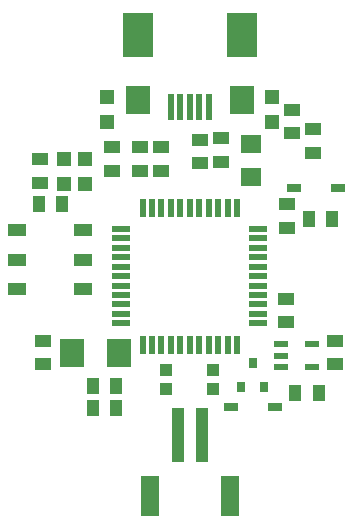
<source format=gbr>
G04 EAGLE Gerber RS-274X export*
G75*
%MOMM*%
%FSLAX34Y34*%
%LPD*%
%INSolderpaste Top*%
%IPPOS*%
%AMOC8*
5,1,8,0,0,1.08239X$1,22.5*%
G01*
%ADD10R,1.400000X1.100000*%
%ADD11R,1.803000X1.600000*%
%ADD12R,1.200000X1.200000*%
%ADD13R,2.000000X2.400000*%
%ADD14R,1.100000X1.400000*%
%ADD15R,0.500000X1.500000*%
%ADD16R,1.500000X0.500000*%
%ADD17R,1.000000X1.000000*%
%ADD18R,0.500000X2.308000*%
%ADD19R,2.540000X3.810000*%
%ADD20R,1.000000X4.600000*%
%ADD21R,1.600000X3.400000*%
%ADD22R,1.200000X0.550000*%
%ADD23R,1.200000X0.700000*%
%ADD24R,0.787400X0.889000*%
%ADD25R,1.500000X1.000000*%


D10*
X26670Y102710D03*
X26670Y82710D03*
X8890Y101440D03*
X8890Y81440D03*
D11*
X52070Y69600D03*
X52070Y98040D03*
D10*
X123190Y-88740D03*
X123190Y-68740D03*
X-24130Y95090D03*
X-24130Y75090D03*
D12*
X-69850Y137500D03*
X-69850Y116500D03*
X69850Y137500D03*
X69850Y116500D03*
D13*
X-60010Y-78740D03*
X-100010Y-78740D03*
D10*
X-124460Y-68740D03*
X-124460Y-88740D03*
D14*
X-62390Y-106680D03*
X-82390Y-106680D03*
D15*
X40000Y44030D03*
X32000Y44030D03*
X24000Y44030D03*
X16000Y44030D03*
X8000Y44030D03*
X0Y44030D03*
X-8000Y44030D03*
X-16000Y44030D03*
X-24000Y44030D03*
X-32000Y44030D03*
X-40000Y44030D03*
D16*
X-58000Y26030D03*
X-58000Y18030D03*
X-58000Y10030D03*
X-58000Y2030D03*
X-58000Y-5970D03*
X-58000Y-13970D03*
X-58000Y-21970D03*
X-58000Y-29970D03*
X-58000Y-37970D03*
X-58000Y-45970D03*
X-58000Y-53970D03*
D15*
X-40000Y-71970D03*
X-32000Y-71970D03*
X-24000Y-71970D03*
X-16000Y-71970D03*
X-8000Y-71970D03*
X0Y-71970D03*
X8000Y-71970D03*
X16000Y-71970D03*
X24000Y-71970D03*
X32000Y-71970D03*
X40000Y-71970D03*
D16*
X58000Y-53970D03*
X58000Y-45970D03*
X58000Y-37970D03*
X58000Y-29970D03*
X58000Y-21970D03*
X58000Y-13970D03*
X58000Y-5970D03*
X58000Y2030D03*
X58000Y10030D03*
X58000Y18030D03*
X58000Y26030D03*
D17*
X-20000Y-109600D03*
X-20000Y-93600D03*
X20000Y-93600D03*
X20000Y-109600D03*
D10*
X104140Y110330D03*
X104140Y90330D03*
X81280Y-53180D03*
X81280Y-33180D03*
X86360Y126840D03*
X86360Y106840D03*
D13*
X44000Y135180D03*
D18*
X16000Y129540D03*
X8000Y129540D03*
X0Y129540D03*
X-8000Y129540D03*
X-16000Y129540D03*
D19*
X44000Y190180D03*
D13*
X-44000Y135180D03*
D19*
X-44000Y190180D03*
D20*
X10000Y-148420D03*
X-10000Y-148420D03*
D21*
X34000Y-200420D03*
X-34000Y-200420D03*
D22*
X77170Y-71780D03*
X77170Y-81280D03*
X77170Y-90780D03*
X103170Y-90780D03*
X103170Y-71780D03*
D23*
X125180Y60960D03*
X88180Y60960D03*
X71840Y-124460D03*
X34840Y-124460D03*
D14*
X89060Y-113030D03*
X109060Y-113030D03*
X-62390Y-125730D03*
X-82390Y-125730D03*
D12*
X-88900Y85430D03*
X-88900Y64430D03*
D10*
X-66040Y95090D03*
X-66040Y75090D03*
D12*
X-106680Y85430D03*
X-106680Y64430D03*
D10*
X-127000Y64930D03*
X-127000Y84930D03*
X-41910Y75090D03*
X-41910Y95090D03*
D24*
X43434Y-107950D03*
X62738Y-107950D03*
X53086Y-87630D03*
D14*
X-128110Y46990D03*
X-108110Y46990D03*
D25*
X-146110Y-25000D03*
X-146110Y0D03*
X-146110Y25000D03*
X-90110Y25000D03*
X-90110Y0D03*
X-90110Y-25000D03*
D10*
X82550Y46830D03*
X82550Y26830D03*
D14*
X100490Y34290D03*
X120490Y34290D03*
M02*

</source>
